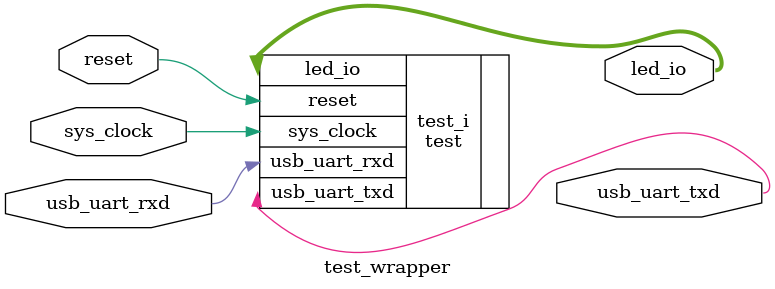
<source format=v>
`timescale 1 ps / 1 ps

module test_wrapper
   (led_io,
    reset,
    sys_clock,
    usb_uart_rxd,
    usb_uart_txd);
  output [15:0]led_io;
  input reset;
  input sys_clock;
  input usb_uart_rxd;
  output usb_uart_txd;

  wire [15:0]led_io;
  wire reset;
  wire sys_clock;
  wire usb_uart_rxd;
  wire usb_uart_txd;

  test test_i
       (.led_io(led_io),
        .reset(reset),
        .sys_clock(sys_clock),
        .usb_uart_rxd(usb_uart_rxd),
        .usb_uart_txd(usb_uart_txd));
endmodule

</source>
